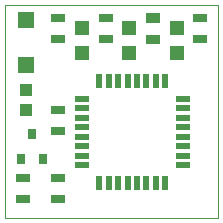
<source format=gtp>
G75*
G70*
%OFA0B0*%
%FSLAX24Y24*%
%IPPOS*%
%LPD*%
%AMOC8*
5,1,8,0,0,1.08239X$1,22.5*
%
%ADD10C,0.0000*%
%ADD11R,0.0472X0.0315*%
%ADD12R,0.0315X0.0472*%
%ADD13R,0.0551X0.0551*%
%ADD14R,0.0472X0.0472*%
%ADD15R,0.0315X0.0354*%
%ADD16R,0.0394X0.0433*%
%ADD17R,0.0500X0.0220*%
%ADD18R,0.0220X0.0500*%
D10*
X004112Y009111D02*
X004112Y016198D01*
X011199Y016198D01*
X011199Y009111D01*
X004112Y009111D01*
D11*
X004703Y009741D03*
X004703Y010450D03*
X005884Y010450D03*
X005884Y009741D03*
X005884Y011985D03*
X005884Y012694D03*
X005884Y015056D03*
X005884Y015765D03*
X007459Y015765D03*
X007459Y015056D03*
X010608Y015056D03*
X010608Y015765D03*
D12*
G36*
X008798Y015608D02*
X008797Y015921D01*
X009268Y015922D01*
X009269Y015609D01*
X008798Y015608D01*
G37*
G36*
X008799Y014899D02*
X008798Y015212D01*
X009269Y015213D01*
X009270Y014900D01*
X008799Y014899D01*
G37*
D13*
X004801Y014190D03*
X004801Y015686D03*
D14*
X006671Y015430D03*
X006671Y014603D03*
X008246Y014603D03*
X008246Y015430D03*
X009821Y015430D03*
X009821Y014603D03*
D15*
X005372Y011080D03*
X004998Y011906D03*
X004624Y011080D03*
D16*
X004801Y012714D03*
X004801Y013383D03*
D17*
X006654Y013068D03*
X006654Y012753D03*
X006654Y012438D03*
X006654Y012123D03*
X006654Y011808D03*
X006654Y011493D03*
X006654Y011178D03*
X006654Y010863D03*
X010034Y010863D03*
X010034Y011178D03*
X010034Y011493D03*
X010034Y011808D03*
X010034Y012123D03*
X010034Y012438D03*
X010034Y012753D03*
X010034Y013068D03*
D18*
X009447Y013656D03*
X009132Y013656D03*
X008817Y013656D03*
X008502Y013656D03*
X008187Y013656D03*
X007872Y013656D03*
X007557Y013656D03*
X007242Y013656D03*
X007242Y010276D03*
X007557Y010276D03*
X007872Y010276D03*
X008187Y010276D03*
X008502Y010276D03*
X008817Y010276D03*
X009132Y010276D03*
X009447Y010276D03*
M02*

</source>
